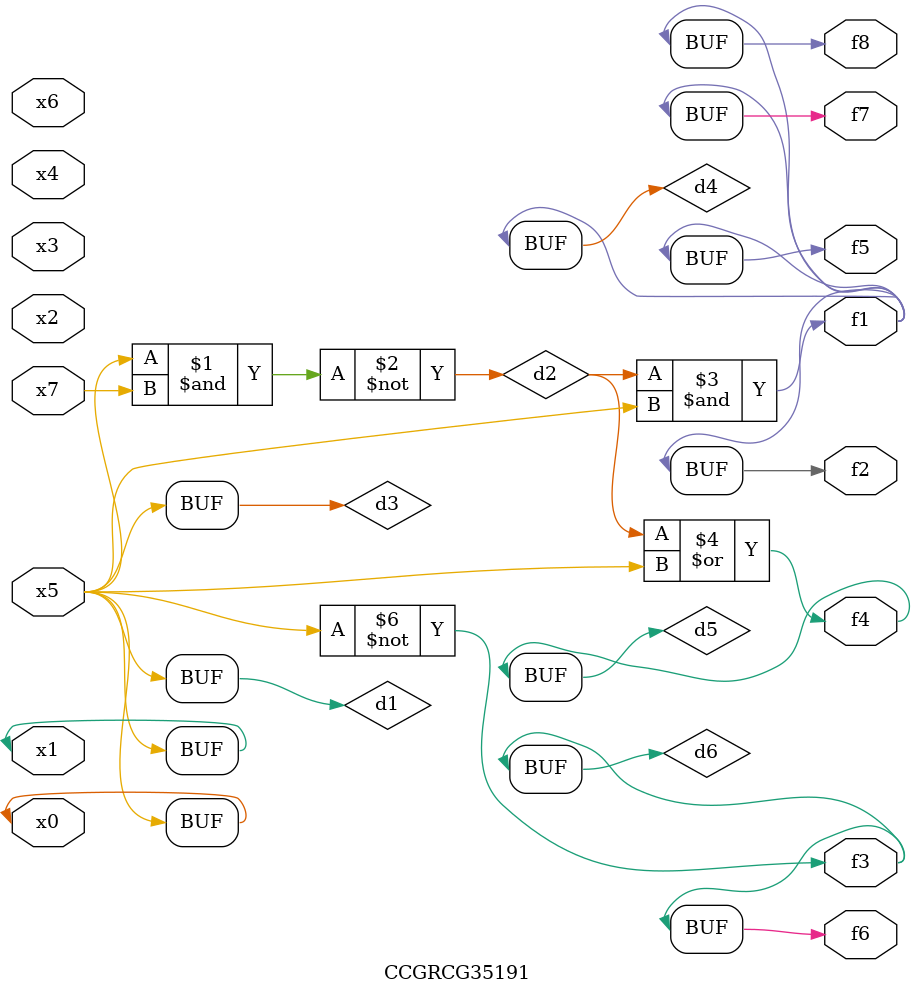
<source format=v>
module CCGRCG35191(
	input x0, x1, x2, x3, x4, x5, x6, x7,
	output f1, f2, f3, f4, f5, f6, f7, f8
);

	wire d1, d2, d3, d4, d5, d6;

	buf (d1, x0, x5);
	nand (d2, x5, x7);
	buf (d3, x0, x1);
	and (d4, d2, d3);
	or (d5, d2, d3);
	nor (d6, d1, d3);
	assign f1 = d4;
	assign f2 = d4;
	assign f3 = d6;
	assign f4 = d5;
	assign f5 = d4;
	assign f6 = d6;
	assign f7 = d4;
	assign f8 = d4;
endmodule

</source>
